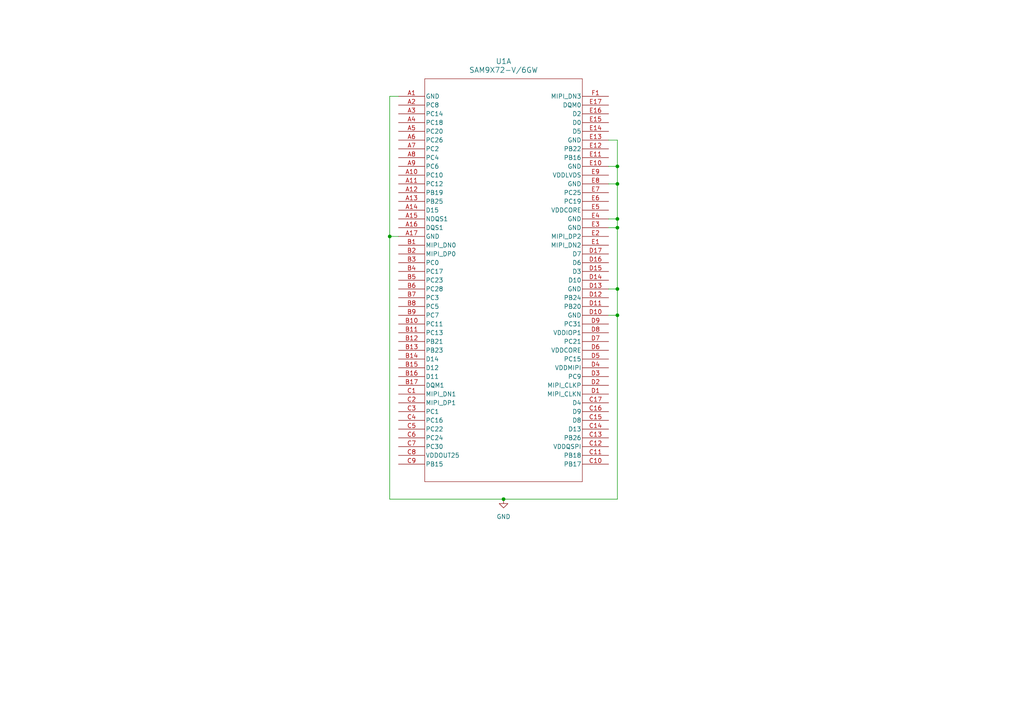
<source format=kicad_sch>
(kicad_sch (version 20250114) (generator "eeschema") (generator_version "9.0")
  (paper "A4")
  (title_block (title "Budget MPU") (rev "A"))
  (lib_symbols
    (symbol "SAM9X72:SAM9X72-V_6GW" (pin_names (offset 0.254))
      (property "Reference" "U" (at 30.48 10.16 0))
      (property "Value" "SAM9X72-V/6GW" (at 30.48 7.62 0))
      (symbol "SAM9X72-V_6GW_1_1"
        (polyline (pts (xy 7.62 5.08) (xy 7.62 -111.76)) (stroke (width 0.127)))
        (polyline (pts (xy 7.62 -111.76) (xy 53.34 -111.76)) (stroke (width 0.127)))
        (polyline (pts (xy 53.34 5.08) (xy 7.62 5.08)) (stroke (width 0.127)))
        (polyline (pts (xy 53.34 -111.76) (xy 53.34 5.08)) (stroke (width 0.127)))
        (pin power_out line (at 0 0 0) (length 7.62) (name "GND") (number "A1"))
        (pin bidirectional line (at 0 -2.54 0) (length 7.62) (name "PC8") (number "A2"))
        (pin bidirectional line (at 0 -5.08 0) (length 7.62) (name "PC14") (number "A3"))
        (pin bidirectional line (at 0 -7.62 0) (length 7.62) (name "PC18") (number "A4"))
        (pin bidirectional line (at 0 -10.16 0) (length 7.62) (name "PC20") (number "A5"))
        (pin bidirectional line (at 0 -12.7 0) (length 7.62) (name "PC26") (number "A6"))
        (pin bidirectional line (at 0 -15.24 0) (length 7.62) (name "PC2") (number "A7"))
        (pin bidirectional line (at 0 -17.78 0) (length 7.62) (name "PC4") (number "A8"))
        (pin bidirectional line (at 0 -20.32 0) (length 7.62) (name "PC6") (number "A9"))
        (pin bidirectional line (at 0 -22.86 0) (length 7.62) (name "PC10") (number "A10"))
        (pin bidirectional line (at 0 -25.4 0) (length 7.62) (name "PC12") (number "A11"))
        (pin bidirectional line (at 0 -27.94 0) (length 7.62) (name "PB19") (number "A12"))
        (pin bidirectional line (at 0 -30.48 0) (length 7.62) (name "PB25") (number "A13"))
        (pin bidirectional line (at 0 -33.02 0) (length 7.62) (name "D15") (number "A14"))
        (pin bidirectional line (at 0 -35.56 0) (length 7.62) (name "NDQS1") (number "A15"))
        (pin bidirectional line (at 0 -38.1 0) (length 7.62) (name "DQS1") (number "A16"))
        (pin power_out line (at 0 -40.64 0) (length 7.62) (name "GND") (number "A17"))
        (pin bidirectional line (at 0 -43.18 0) (length 7.62) (name "MIPI_DN0") (number "B1"))
        (pin bidirectional line (at 0 -45.72 0) (length 7.62) (name "MIPI_DP0") (number "B2"))
        (pin bidirectional line (at 0 -48.26 0) (length 7.62) (name "PC0") (number "B3"))
        (pin bidirectional line (at 0 -50.8 0) (length 7.62) (name "PC17") (number "B4"))
        (pin bidirectional line (at 0 -53.34 0) (length 7.62) (name "PC23") (number "B5"))
        (pin bidirectional line (at 0 -55.88 0) (length 7.62) (name "PC28") (number "B6"))
        (pin bidirectional line (at 0 -58.42 0) (length 7.62) (name "PC3") (number "B7"))
        (pin bidirectional line (at 0 -60.96 0) (length 7.62) (name "PC5") (number "B8"))
        (pin bidirectional line (at 0 -63.5 0) (length 7.62) (name "PC7") (number "B9"))
        (pin bidirectional line (at 0 -66.04 0) (length 7.62) (name "PC11") (number "B10"))
        (pin bidirectional line (at 0 -68.58 0) (length 7.62) (name "PC13") (number "B11"))
        (pin bidirectional line (at 0 -71.12 0) (length 7.62) (name "PB21") (number "B12"))
        (pin bidirectional line (at 0 -73.66 0) (length 7.62) (name "PB23") (number "B13"))
        (pin bidirectional line (at 0 -76.2 0) (length 7.62) (name "D14") (number "B14"))
        (pin bidirectional line (at 0 -78.74 0) (length 7.62) (name "D12") (number "B15"))
        (pin bidirectional line (at 0 -81.28 0) (length 7.62) (name "D11") (number "B16"))
        (pin output line (at 0 -83.82 0) (length 7.62) (name "DQM1") (number "B17"))
        (pin bidirectional line (at 0 -86.36 0) (length 7.62) (name "MIPI_DN1") (number "C1"))
        (pin bidirectional line (at 0 -88.9 0) (length 7.62) (name "MIPI_DP1") (number "C2"))
        (pin bidirectional line (at 0 -91.44 0) (length 7.62) (name "PC1") (number "C3"))
        (pin bidirectional line (at 0 -93.98 0) (length 7.62) (name "PC16") (number "C4"))
        (pin bidirectional line (at 0 -96.52 0) (length 7.62) (name "PC22") (number "C5"))
        (pin bidirectional line (at 0 -99.06 0) (length 7.62) (name "PC24") (number "C6"))
        (pin bidirectional line (at 0 -101.6 0) (length 7.62) (name "PC30") (number "C7"))
        (pin power_in line (at 0 -104.14 0) (length 7.62) (name "VDDOUT25") (number "C8"))
        (pin bidirectional line (at 0 -106.68 0) (length 7.62) (name "PB15") (number "C9"))
        (pin bidirectional line (at 60.96 0 180) (length 7.62) (name "MIPI_DN3") (number "F1"))
        (pin output line (at 60.96 -2.54 180) (length 7.62) (name "DQM0") (number "E17"))
        (pin bidirectional line (at 60.96 -5.08 180) (length 7.62) (name "D2") (number "E16"))
        (pin bidirectional line (at 60.96 -7.62 180) (length 7.62) (name "D0") (number "E15"))
        (pin bidirectional line (at 60.96 -10.16 180) (length 7.62) (name "D5") (number "E14"))
        (pin power_out line (at 60.96 -12.7 180) (length 7.62) (name "GND") (number "E13"))
        (pin bidirectional line (at 60.96 -15.24 180) (length 7.62) (name "PB22") (number "E12"))
        (pin bidirectional line (at 60.96 -17.78 180) (length 7.62) (name "PB16") (number "E11"))
        (pin power_out line (at 60.96 -20.32 180) (length 7.62) (name "GND") (number "E10"))
        (pin power_in line (at 60.96 -22.86 180) (length 7.62) (name "VDDLVDS") (number "E9"))
        (pin power_out line (at 60.96 -25.4 180) (length 7.62) (name "GND") (number "E8"))
        (pin bidirectional line (at 60.96 -27.94 180) (length 7.62) (name "PC25") (number "E7"))
        (pin bidirectional line (at 60.96 -30.48 180) (length 7.62) (name "PC19") (number "E6"))
        (pin power_in line (at 60.96 -33.02 180) (length 7.62) (name "VDDCORE") (number "E5"))
        (pin power_out line (at 60.96 -35.56 180) (length 7.62) (name "GND") (number "E4"))
        (pin power_out line (at 60.96 -38.1 180) (length 7.62) (name "GND") (number "E3"))
        (pin bidirectional line (at 60.96 -40.64 180) (length 7.62) (name "MIPI_DP2") (number "E2"))
        (pin bidirectional line (at 60.96 -43.18 180) (length 7.62) (name "MIPI_DN2") (number "E1"))
        (pin bidirectional line (at 60.96 -45.72 180) (length 7.62) (name "D7") (number "D17"))
        (pin bidirectional line (at 60.96 -48.26 180) (length 7.62) (name "D6") (number "D16"))
        (pin bidirectional line (at 60.96 -50.8 180) (length 7.62) (name "D3") (number "D15"))
        (pin bidirectional line (at 60.96 -53.34 180) (length 7.62) (name "D10") (number "D14"))
        (pin power_out line (at 60.96 -55.88 180) (length 7.62) (name "GND") (number "D13"))
        (pin bidirectional line (at 60.96 -58.42 180) (length 7.62) (name "PB24") (number "D12"))
        (pin bidirectional line (at 60.96 -60.96 180) (length 7.62) (name "PB20") (number "D11"))
        (pin power_out line (at 60.96 -63.5 180) (length 7.62) (name "GND") (number "D10"))
        (pin bidirectional line (at 60.96 -66.04 180) (length 7.62) (name "PC31") (number "D9"))
        (pin power_in line (at 60.96 -68.58 180) (length 7.62) (name "VDDIOP1") (number "D8"))
        (pin bidirectional line (at 60.96 -71.12 180) (length 7.62) (name "PC21") (number "D7"))
        (pin power_in line (at 60.96 -73.66 180) (length 7.62) (name "VDDCORE") (number "D6"))
        (pin bidirectional line (at 60.96 -76.2 180) (length 7.62) (name "PC15") (number "D5"))
        (pin power_in line (at 60.96 -78.74 180) (length 7.62) (name "VDDMIPI") (number "D4"))
        (pin bidirectional line (at 60.96 -81.28 180) (length 7.62) (name "PC9") (number "D3"))
        (pin output line (at 60.96 -83.82 180) (length 7.62) (name "MIPI_CLKP") (number "D2"))
        (pin output line (at 60.96 -86.36 180) (length 7.62) (name "MIPI_CLKN") (number "D1"))
        (pin bidirectional line (at 60.96 -88.9 180) (length 7.62) (name "D4") (number "C17"))
        (pin bidirectional line (at 60.96 -91.44 180) (length 7.62) (name "D9") (number "C16"))
        (pin bidirectional line (at 60.96 -93.98 180) (length 7.62) (name "D8") (number "C15"))
        (pin bidirectional line (at 60.96 -96.52 180) (length 7.62) (name "D13") (number "C14"))
        (pin bidirectional line (at 60.96 -99.06 180) (length 7.62) (name "PB26") (number "C13"))
        (pin power_in line (at 60.96 -101.6 180) (length 7.62) (name "VDDQSPI") (number "C12"))
        (pin bidirectional line (at 60.96 -104.14 180) (length 7.62) (name "PB18") (number "C11"))
        (pin bidirectional line (at 60.96 -106.68 180) (length 7.62) (name "PB17") (number "C10"))
      )
      (symbol "SAM9X72-V_6GW_2_1"
        (polyline (pts (xy 7.62 5.08) (xy 7.62 -111.76)) (stroke (width 0.127)))
        (polyline (pts (xy 7.62 -111.76) (xy 53.34 -111.76)) (stroke (width 0.127)))
        (polyline (pts (xy 53.34 5.08) (xy 7.62 5.08)) (stroke (width 0.127)))
        (polyline (pts (xy 53.34 -111.76) (xy 53.34 5.08)) (stroke (width 0.127)))
        (pin bidirectional line (at 0 0 0) (length 7.62) (name "MIPI_DP3") (number "F2"))
        (pin power_out line (at 0 -2.54 0) (length 7.62) (name "GND") (number "F3"))
        (pin unspecified line (at 0 -5.08 0) (length 7.62) (name "MIPI_REXT") (number "F4"))
        (pin power_in line (at 0 -7.62 0) (length 7.62) (name "VDDCORE") (number "F5"))
        (pin power_in line (at 0 -10.16 0) (length 7.62) (name "VDDCORE") (number "F13"))
        (pin power_in line (at 0 -12.7 0) (length 7.62) (name "VDDCORE") (number "F14"))
        (pin output line (at 0 -15.24 0) (length 7.62) (name "A18") (number "F15"))
        (pin bidirectional line (at 0 -17.78 0) (length 7.62) (name "D1") (number "F16"))
        (pin bidirectional line (at 0 -20.32 0) (length 7.62) (name "NDQS0") (number "F17"))
        (pin power_out line (at 0 -22.86 0) (length 7.62) (name "GND") (number "G1"))
        (pin power_out line (at 0 -25.4 0) (length 7.62) (name "GND") (number "G2"))
        (pin input line (at 0 -27.94 0) (length 7.62) (name "XIN") (number "G3"))
        (pin output line (at 0 -30.48 0) (length 7.62) (name "XOUT") (number "G4"))
        (pin power_in line (at 0 -33.02 0) (length 7.62) (name "VDDIN33") (number "G5"))
        (pin bidirectional line (at 0 -35.56 0) (length 7.62) (name "PC27") (number "G7"))
        (pin bidirectional line (at 0 -38.1 0) (length 7.62) (name "PC29") (number "G8"))
        (pin power_out line (at 0 -40.64 0) (length 7.62) (name "GND") (number "G9"))
        (pin power_out line (at 0 -43.18 0) (length 7.62) (name "GND") (number "G10"))
        (pin power_out line (at 0 -45.72 0) (length 7.62) (name "GND") (number "G11"))
        (pin power_out line (at 0 -48.26 0) (length 7.62) (name "GND") (number "G13"))
        (pin power_in line (at 0 -50.8 0) (length 7.62) (name "VDDIOM") (number "G14"))
        (pin output line (at 0 -53.34 0) (length 7.62) (name "A16") (number "G15"))
        (pin output line (at 0 -55.88 0) (length 7.62) (name "A17") (number "G16"))
        (pin bidirectional line (at 0 -58.42 0) (length 7.62) (name "DQS0") (number "G17"))
        (pin bidirectional line (at 0 -60.96 0) (length 7.62) (name "HHSDMA") (number "H1"))
        (pin bidirectional line (at 0 -63.5 0) (length 7.62) (name "HHSDPA") (number "H2"))
        (pin power_out line (at 0 -66.04 0) (length 7.62) (name "GND") (number "H3"))
        (pin power_out line (at 0 -68.58 0) (length 7.62) (name "GND") (number "H4"))
        (pin power_out line (at 0 -71.12 0) (length 7.62) (name "GND") (number "H5"))
        (pin unspecified line (at 0 -73.66 0) (length 7.62) (name "SHDN") (number "H7"))
        (pin power_out line (at 0 -76.2 0) (length 7.62) (name "GND") (number "H11"))
        (pin power_out line (at 0 -78.74 0) (length 7.62) (name "GND") (number "H13"))
        (pin output line (at 0 -81.28 0) (length 7.62) (name "RESETN") (number "H14"))
        (pin output line (at 0 -83.82 0) (length 7.62) (name "A15") (number "H15"))
        (pin output line (at 0 -86.36 0) (length 7.62) (name "A8") (number "H16"))
        (pin unspecified line (at 0 -88.9 0) (length 7.62) (name "SDCKE") (number "H17"))
        (pin bidirectional line (at 0 -91.44 0) (length 7.62) (name "HHSDMB") (number "J1"))
        (pin bidirectional line (at 0 -93.98 0) (length 7.62) (name "HHSDPB") (number "J2"))
        (pin power_out line (at 0 -96.52 0) (length 7.62) (name "GND") (number "J3"))
        (pin power_in line (at 0 -99.06 0) (length 7.62) (name "VDDOUT25") (number "J4"))
        (pin bidirectional line (at 0 -101.6 0) (length 7.62) (name "PA24") (number "J5"))
        (pin input line (at 0 -104.14 0) (length 7.62) (name "TDI") (number "J7"))
        (pin power_in line (at 0 -106.68 0) (length 7.62) (name "VDDIOM") (number "J11"))
        (pin power_in line (at 60.96 0 180) (length 7.62) (name "ADVREFP") (number "N1"))
        (pin unspecified line (at 60.96 -2.54 180) (length 7.62) (name "SDCKN") (number "M17"))
        (pin output line (at 60.96 -5.08 180) (length 7.62) (name "A4") (number "M16"))
        (pin output line (at 60.96 -7.62 180) (length 7.62) (name "A11") (number "M15"))
        (pin input line (at 60.96 -10.16 180) (length 7.62) (name "DDR_CAL") (number "M14"))
        (pin power_out line (at 60.96 -12.7 180) (length 7.62) (name "GND") (number "M13"))
        (pin input line (at 60.96 -15.24 180) (length 7.62) (name "NRST") (number "M5"))
        (pin bidirectional line (at 60.96 -17.78 180) (length 7.62) (name "PA28") (number "M4"))
        (pin power_out line (at 60.96 -20.32 180) (length 7.62) (name "GNDANA") (number "M3"))
        (pin unspecified line (at 60.96 -22.86 180) (length 7.62) (name "HHSRTUNE") (number "M2"))
        (pin power_in line (at 60.96 -25.4 180) (length 7.62) (name "VDDANA") (number "M1"))
        (pin unspecified line (at 60.96 -27.94 180) (length 7.62) (name "SDCK") (number "L17"))
        (pin output line (at 60.96 -30.48 180) (length 7.62) (name "A6") (number "L16"))
        (pin output line (at 60.96 -33.02 180) (length 7.62) (name "A3") (number "L15"))
        (pin power_out line (at 60.96 -35.56 180) (length 7.62) (name "GND") (number "L14"))
        (pin unspecified line (at 60.96 -38.1 180) (length 7.62) (name "SDA10") (number "L13"))
        (pin power_in line (at 60.96 -40.64 180) (length 7.62) (name "VDDCORE") (number "L11"))
        (pin power_in line (at 60.96 -43.18 180) (length 7.62) (name "VDDCORE") (number "L10"))
        (pin power_out line (at 60.96 -45.72 180) (length 7.62) (name "GND") (number "L9"))
        (pin bidirectional line (at 60.96 -48.26 180) (length 7.62) (name "PA7") (number "L8"))
        (pin input line (at 60.96 -50.8 180) (length 7.62) (name "TCK") (number "L7"))
        (pin bidirectional line (at 60.96 -53.34 180) (length 7.62) (name "PA21") (number "L5"))
        (pin output line (at 60.96 -55.88 180) (length 7.62) (name "AUDIOCLK") (number "L4"))
        (pin power_out line (at 60.96 -58.42 180) (length 7.62) (name "GND") (number "L3"))
        (pin power_in line (at 60.96 -60.96 180) (length 7.62) (name "VDDANA") (number "L2"))
        (pin power_out line (at 60.96 -63.5 180) (length 7.62) (name "GND") (number "L1"))
        (pin unspecified line (at 60.96 -66.04 180) (length 7.62) (name "DDR_VREF") (number "K17"))
        (pin output line (at 60.96 -68.58 180) (length 7.62) (name "A2") (number "K16"))
        (pin output line (at 60.96 -71.12 180) (length 7.62) (name "A5") (number "K15"))
        (pin power_in line (at 60.96 -73.66 180) (length 7.62) (name "VDDIOM") (number "K14"))
        (pin power_out line (at 60.96 -76.2 180) (length 7.62) (name "GND") (number "K13"))
        (pin power_in line (at 60.96 -78.74 180) (length 7.62) (name "VDDIOM") (number "K11"))
        (pin bidirectional line (at 60.96 -81.28 180) (length 7.62) (name "PA18") (number "K7"))
        (pin bidirectional line (at 60.96 -83.82 180) (length 7.62) (name "PA26") (number "K5"))
        (pin power_in line (at 60.96 -86.36 180) (length 7.62) (name "VDDANA") (number "K4"))
        (pin power_in line (at 60.96 -88.9 180) (length 7.62) (name "VDDIN33") (number "K3"))
        (pin bidirectional line (at 60.96 -91.44 180) (length 7.62) (name "HHSDPC") (number "K2"))
        (pin bidirectional line (at 60.96 -93.98 180) (length 7.62) (name "HHSDMC") (number "K1"))
        (pin passive line (at 60.96 -96.52 180) (length 7.62) (name "NCS1") (number "J17"))
        (pin unspecified line (at 60.96 -99.06 180) (length 7.62) (name "CAS") (number "J16"))
        (pin output line (at 60.96 -101.6 180) (length 7.62) (name "A7") (number "J15"))
        (pin passive line (at 60.96 -104.14 180) (length 7.62) (name "RAS") (number "J14"))
        (pin unspecified line (at 60.96 -106.68 180) (length 7.62) (name "SDWE") (number "J13"))
      )
      (symbol "SAM9X72-V_6GW_3_1"
        (polyline (pts (xy 7.62 5.08) (xy 7.62 -111.76)) (stroke (width 0.127)))
        (polyline (pts (xy 7.62 -111.76) (xy 43.18 -111.76)) (stroke (width 0.127)))
        (polyline (pts (xy 43.18 5.08) (xy 7.62 5.08)) (stroke (width 0.127)))
        (polyline (pts (xy 43.18 -111.76) (xy 43.18 5.08)) (stroke (width 0.127)))
        (pin power_in line (at 0 0 0) (length 7.62) (name "ADVREFN") (number "N2"))
        (pin bidirectional line (at 0 -2.54 0) (length 7.62) (name "PA29") (number "N3"))
        (pin bidirectional line (at 0 -5.08 0) (length 7.62) (name "PA25") (number "N4"))
        (pin bidirectional line (at 0 -7.62 0) (length 7.62) (name "PA30") (number "N5"))
        (pin output line (at 0 -10.16 0) (length 7.62) (name "TDO") (number "N6"))
        (pin bidirectional line (at 0 -12.7 0) (length 7.62) (name "PA11") (number "N7"))
        (pin power_out line (at 0 -15.24 0) (length 7.62) (name "GND") (number "N8"))
        (pin bidirectional line (at 0 -17.78 0) (length 7.62) (name "PA5") (number "N9"))
        (pin bidirectional line (at 0 -20.32 0) (length 7.62) (name "PB11") (number "N10"))
        (pin power_out line (at 0 -22.86 0) (length 7.62) (name "GND") (number "N11"))
        (pin bidirectional line (at 0 -25.4 0) (length 7.62) (name "PB1") (number "N12"))
        (pin power_out line (at 0 -27.94 0) (length 7.62) (name "GND") (number "N13"))
        (pin power_in line (at 0 -30.48 0) (length 7.62) (name "VDDIOM") (number "N14"))
        (pin output line (at 0 -33.02 0) (length 7.62) (name "A10") (number "N15"))
        (pin output line (at 0 -35.56 0) (length 7.62) (name "A14") (number "N16"))
        (pin output line (at 0 -38.1 0) (length 7.62) (name "A13") (number "N17"))
        (pin input line (at 0 -40.64 0) (length 7.62) (name "JTAGSEL") (number "P1"))
        (pin bidirectional line (at 0 -43.18 0) (length 7.62) (name "PA31") (number "P2"))
        (pin bidirectional line (at 0 -45.72 0) (length 7.62) (name "PA27") (number "P3"))
        (pin bidirectional line (at 0 -48.26 0) (length 7.62) (name "PA23") (number "P4"))
        (pin power_in line (at 0 -50.8 0) (length 7.62) (name "VDDBU") (number "P5"))
        (pin power_out line (at 0 -53.34 0) (length 7.62) (name "GND") (number "P6"))
        (pin bidirectional line (at 0 -55.88 0) (length 7.62) (name "PA15") (number "P7"))
        (pin bidirectional line (at 0 -58.42 0) (length 7.62) (name "PA9") (number "P8"))
        (pin bidirectional line (at 0 -60.96 0) (length 7.62) (name "PA1") (number "P9"))
        (pin bidirectional line (at 0 -63.5 0) (length 7.62) (name "PB13") (number "P10"))
        (pin bidirectional line (at 0 -66.04 0) (length 7.62) (name "PB7") (number "P11"))
        (pin bidirectional line (at 0 -68.58 0) (length 7.62) (name "PB5") (number "P12"))
        (pin bidirectional line (at 0 -71.12 0) (length 7.62) (name "PD13") (number "P13"))
        (pin bidirectional line (at 0 -73.66 0) (length 7.62) (name "PD4") (number "P14"))
        (pin bidirectional line (at 0 -76.2 0) (length 7.62) (name "PD0") (number "P15"))
        (pin output line (at 0 -78.74 0) (length 7.62) (name "A9") (number "P16"))
        (pin bidirectional line (at 0 -81.28 0) (length 7.62) (name "PD2") (number "P17"))
        (pin unspecified line (at 0 -83.82 0) (length 7.62) (name "TST") (number "R1"))
        (pin input line (at 0 -86.36 0) (length 7.62) (name "TMS") (number "R2"))
        (pin unspecified line (at 0 -88.9 0) (length 7.62) (name "RTCK") (number "R3"))
        (pin bidirectional line (at 0 -91.44 0) (length 7.62) (name "PA17") (number "R4"))
        (pin bidirectional line (at 0 -93.98 0) (length 7.62) (name "PA16") (number "R5"))
        (pin bidirectional line (at 0 -96.52 0) (length 7.62) (name "PA12") (number "R6"))
        (pin bidirectional line (at 0 -99.06 0) (length 7.62) (name "PA2") (number "R7"))
        (pin power_in line (at 0 -101.6 0) (length 7.62) (name "VDDIOP0") (number "R8"))
        (pin power_out line (at 0 -104.14 0) (length 7.62) (name "GND") (number "R9"))
        (pin bidirectional line (at 0 -106.68 0) (length 7.62) (name "PB9") (number "R10"))
        (pin power_out line (at 50.8 -5.08 180) (length 7.62) (name "GND") (number "U17"))
        (pin bidirectional line (at 50.8 -7.62 180) (length 7.62) (name "PD5") (number "U16"))
        (pin bidirectional line (at 50.8 -10.16 180) (length 7.62) (name "PD8") (number "U15"))
        (pin bidirectional line (at 50.8 -12.7 180) (length 7.62) (name "PD12") (number "U14"))
        (pin bidirectional line (at 50.8 -15.24 180) (length 7.62) (name "PD14") (number "U13"))
        (pin bidirectional line (at 50.8 -17.78 180) (length 7.62) (name "PB4") (number "U12"))
        (pin bidirectional line (at 50.8 -20.32 180) (length 7.62) (name "PB8") (number "U11"))
        (pin bidirectional line (at 50.8 -22.86 180) (length 7.62) (name "PB12") (number "U10"))
        (pin bidirectional line (at 50.8 -25.4 180) (length 7.62) (name "PA0") (number "U9"))
        (pin bidirectional line (at 50.8 -27.94 180) (length 7.62) (name "PA3") (number "U8"))
        (pin bidirectional line (at 50.8 -30.48 180) (length 7.62) (name "PA6") (number "U7"))
        (pin bidirectional line (at 50.8 -33.02 180) (length 7.62) (name "PA8") (number "U6"))
        (pin bidirectional line (at 50.8 -35.56 180) (length 7.62) (name "PA13") (number "U5"))
        (pin bidirectional line (at 50.8 -38.1 180) (length 7.62) (name "PA19") (number "U4"))
        (pin bidirectional line (at 50.8 -40.64 180) (length 7.62) (name "PA22") (number "U3"))
        (pin power_in line (at 50.8 -43.18 180) (length 7.62) (name "VDDBU") (number "U2"))
        (pin power_out line (at 50.8 -45.72 180) (length 7.62) (name "GND") (number "U1"))
        (pin bidirectional line (at 50.8 -48.26 180) (length 7.62) (name "PD3") (number "T17"))
        (pin power_out line (at 50.8 -50.8 180) (length 7.62) (name "GND") (number "T16"))
        (pin bidirectional line (at 50.8 -53.34 180) (length 7.62) (name "PD7") (number "T15"))
        (pin bidirectional line (at 50.8 -55.88 180) (length 7.62) (name "PD11") (number "T14"))
        (pin bidirectional line (at 50.8 -58.42 180) (length 7.62) (name "PD10") (number "T13"))
        (pin bidirectional line (at 50.8 -60.96 180) (length 7.62) (name "PB2") (number "T12"))
        (pin power_in line (at 50.8 -63.5 180) (length 7.62) (name "VDDIOP2") (number "T11"))
        (pin bidirectional line (at 50.8 -66.04 180) (length 7.62) (name "PB6") (number "T10"))
        (pin bidirectional line (at 50.8 -68.58 180) (length 7.62) (name "PB10") (number "T9"))
        (pin bidirectional line (at 50.8 -71.12 180) (length 7.62) (name "PB14") (number "T8"))
        (pin bidirectional line (at 50.8 -73.66 180) (length 7.62) (name "PA4") (number "T7"))
        (pin bidirectional line (at 50.8 -76.2 180) (length 7.62) (name "PA10") (number "T6"))
        (pin bidirectional line (at 50.8 -78.74 180) (length 7.62) (name "PA14") (number "T5"))
        (pin bidirectional line (at 50.8 -81.28 180) (length 7.62) (name "PA20") (number "T4"))
        (pin input line (at 50.8 -83.82 180) (length 7.62) (name "WKUP0") (number "T3"))
        (pin output line (at 50.8 -86.36 180) (length 7.62) (name "XOUT32") (number "T2"))
        (pin input line (at 50.8 -88.9 180) (length 7.62) (name "XIN32") (number "T1"))
        (pin bidirectional line (at 50.8 -91.44 180) (length 7.62) (name "PD1") (number "R17"))
        (pin power_in line (at 50.8 -93.98 180) (length 7.62) (name "VDDNF") (number "R16"))
        (pin bidirectional line (at 50.8 -96.52 180) (length 7.62) (name "PD6") (number "R15"))
        (pin power_out line (at 50.8 -99.06 180) (length 7.62) (name "GND") (number "R14"))
        (pin bidirectional line (at 50.8 -101.6 180) (length 7.62) (name "PD9") (number "R13"))
        (pin bidirectional line (at 50.8 -104.14 180) (length 7.62) (name "PB0") (number "R12"))
        (pin bidirectional line (at 50.8 -106.68 180) (length 7.62) (name "PB3") (number "R11"))
      )
    )
    (symbol "power:GND" (power) (pin_numbers (hide yes)) (pin_names (offset 0) (hide yes))
      (property "Value" "GND" (at 0 -3.81 0))
      (symbol "GND_0_1"
        (polyline (pts (xy 0 0) (xy 0 -1.27) (xy 1.27 -1.27) (xy 0 -2.54) (xy -1.27 -1.27) (xy 0 -1.27)))
      )
      (symbol "GND_1_1"
        (pin power_in line (at 0 0 270) (length 0) (name "~") (number "1"))
      )
    )
  )
  (junction (at 179.07 91.44))
  (junction (at 146.05 144.78))
  (junction (at 179.07 66.04))
  (junction (at 179.07 83.82))
  (junction (at 179.07 53.34))
  (junction (at 113.03 68.58))
  (junction (at 179.07 63.5))
  (junction (at 179.07 48.26))
  (wire (pts (xy 176.53 53.34) (xy 179.07 53.34)))
  (wire (pts (xy 176.53 48.26) (xy 179.07 48.26)))
  (wire (pts (xy 146.05 144.78) (xy 179.07 144.78)))
  (wire (pts (xy 179.07 66.04) (xy 179.07 63.5)))
  (wire (pts (xy 179.07 63.5) (xy 179.07 53.34)))
  (wire (pts (xy 179.07 144.78) (xy 179.07 91.44)))
  (wire (pts (xy 179.07 91.44) (xy 179.07 83.82)))
  (wire (pts (xy 146.05 144.78) (xy 113.03 144.78)))
  (wire (pts (xy 176.53 83.82) (xy 179.07 83.82)))
  (wire (pts (xy 113.03 144.78) (xy 113.03 68.58)))
  (wire (pts (xy 176.53 66.04) (xy 179.07 66.04)))
  (wire (pts (xy 113.03 27.94) (xy 115.57 27.94)))
  (wire (pts (xy 176.53 63.5) (xy 179.07 63.5)))
  (wire (pts (xy 179.07 48.26) (xy 179.07 40.64)))
  (wire (pts (xy 179.07 53.34) (xy 179.07 48.26)))
  (wire (pts (xy 113.03 68.58) (xy 115.57 68.58)))
  (wire (pts (xy 113.03 68.58) (xy 113.03 27.94)))
  (wire (pts (xy 179.07 40.64) (xy 176.53 40.64)))
  (wire (pts (xy 176.53 91.44) (xy 179.07 91.44)))
  (wire (pts (xy 179.07 83.82) (xy 179.07 66.04)))
  (symbol (lib_id "SAM9X72:SAM9X72-V_6GW") (at 115.57 27.94 0) (unit 1)
    (property "Reference" "U1" (at 146.05 17.78 0) (effects (font (size 1.524 1.524))))
    (property "Value" "SAM9X72-V/6GW" (at 146.05 20.32 0) (effects (font (size 1.524 1.524))))
    (property "Footprint" "TFBGA256_6GW_MCH" (effects (hide yes)))
    (property "Datasheet" "SAM9X72-V/6GW" (effects (hide yes)))
  )
  (symbol (lib_id "power:GND") (at 146.05 144.78 0) (unit 1)
    (property "Reference" "#PWR01" (effects (hide yes)))
    (property "Value" "GND" (at 146.05 149.86 0))
    (property "Description" "Power symbol creates a global label with name \"GND\" , ground" (effects (hide yes)))
  )
)
</source>
